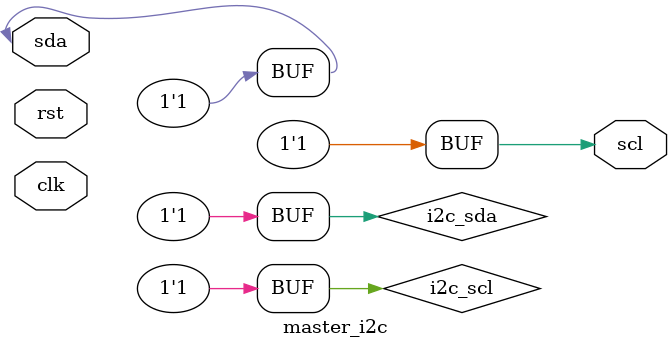
<source format=v>
module master_i2c (
    input  wire clk,
    input  wire rst,
	 output wire scl,
	 inout  wire sda
);

	 wire i2c_sda = 8'b1;
	 wire i2c_scl = 8'b1;
	 
	 assign sda = i2c_sda;
	 assign scl = i2c_scl;
	 
    // FSM definitions
    localparam STATE_IDLE = 0;
    localparam STATE_START = 1;
    localparam STATE_ADDRESS = 2;
    localparam STATE_ACK = 3;
	 localparam STATE_WRITE = 4;
	 localparam STATE_STOP = 5;
	 
	 // LCD I2C address 0x27
	 localparam [7:0] LCD_ADDR = 8'h27;
	 
    reg [2:0] state_reg, state_next;
    reg [7:0] data_reg, data_next;
    reg rs_reg, rs_next;
    reg rw_reg, rw_next;
    reg en_reg, en_next;
    reg [15:0] init_counter;

    // Initialisation
    always @(posedge clk or posedge rst) 
	 begin
        if (rst) begin
            state_reg <= STATE_IDLE;
            data_reg <= 8'b0;
            rs_reg <= 1'b0;
            rw_reg <= 1'b0;
            en_reg <= 1'b0;
            init_counter <= 15'b0;
        end else begin
            state_reg <= state_next;
            data_reg <= data_next;
            rs_reg <= rs_next;
            rw_reg <= rw_next;
            en_reg <= en_next;
            if (state_reg == STATE_IDLE) begin
                init_counter <= init_counter + 1;
            end
        end
    end

	// open case for each state
    always @(*) 
	 begin
        state_next = state_reg;
        data_next = data_reg;
        rs_next = rs_reg;
        rw_next = rw_reg;
        en_next = en_reg;

        case (state_reg)
            STATE_START: begin
                if (init_counter < 16'h1) begin
                    // Wait for power-up
                    state_next = STATE_START;
                end else if (init_counter < 16'h2) begin
                    // Function set: 8-bit, 2 line, 5x8 dots
                    data_next = 8'b00000001;
                    rs_next = 1'b0;
                    rw_next = 1'b0;
                    en_next = 1'b1;
                    state_next = STATE_ADDRESS;
                end else if (init_counter < 16'h3) begin
                    // Display on/off control: display on, cursor off, blink off
                    data_next = 8'h27;
                    rs_next = 1'b0;
                    rw_next = 1'b1;
                    en_next = 1'b0;
                    state_next = STATE_ACK;
                end else if (init_counter < 16'h4) begin
                    // Clear display
                    data_next = 8'b00000011;
                    rs_next = 1'b0;
                    rw_next = 1'b0;
                    en_next = 1'b1;
                    state_next = STATE_WRITE;
                end else begin
                    state_next = STATE_IDLE;
                end
            end

            STATE_IDLE: begin
                // Idle state, waiting for commands
                en_next = 8'h0;
            end

            STATE_WRITE: begin
                // Write data
                en_next = 8'h4;
                state_next = STATE_IDLE;
            end
        endcase
    end

    // Output assignments
 //   assign data = lcd_data;
 //   assign rs = lcd_rs;
 //   assign rw = lcd_rw;
 //   assign en = lcd_en;
		assign sda = i2c_sda;
		assign scl = i2c_scl;
		
endmodule

</source>
